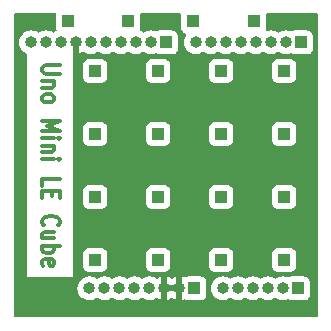
<source format=gbr>
%TF.GenerationSoftware,KiCad,Pcbnew,(6.0.2)*%
%TF.CreationDate,2022-06-08T23:24:18-05:00*%
%TF.ProjectId,UnoMiniCube,556e6f4d-696e-4694-9375-62652e6b6963,rev?*%
%TF.SameCoordinates,Original*%
%TF.FileFunction,Copper,L1,Top*%
%TF.FilePolarity,Positive*%
%FSLAX46Y46*%
G04 Gerber Fmt 4.6, Leading zero omitted, Abs format (unit mm)*
G04 Created by KiCad (PCBNEW (6.0.2)) date 2022-06-08 23:24:18*
%MOMM*%
%LPD*%
G01*
G04 APERTURE LIST*
%ADD10C,0.300000*%
%TA.AperFunction,NonConductor*%
%ADD11C,0.300000*%
%TD*%
%TA.AperFunction,ComponentPad*%
%ADD12R,1.000000X1.000000*%
%TD*%
%TA.AperFunction,ComponentPad*%
%ADD13O,1.000000X1.000000*%
%TD*%
G04 APERTURE END LIST*
D10*
D11*
X144458428Y-81435047D02*
X143244142Y-81435047D01*
X143101285Y-81496952D01*
X143029857Y-81558857D01*
X142958428Y-81682666D01*
X142958428Y-81930285D01*
X143029857Y-82054095D01*
X143101285Y-82116000D01*
X143244142Y-82177904D01*
X144458428Y-82177904D01*
X143958428Y-82796952D02*
X142958428Y-82796952D01*
X143815571Y-82796952D02*
X143887000Y-82858857D01*
X143958428Y-82982666D01*
X143958428Y-83168380D01*
X143887000Y-83292190D01*
X143744142Y-83354095D01*
X142958428Y-83354095D01*
X142958428Y-84158857D02*
X143029857Y-84035047D01*
X143101285Y-83973142D01*
X143244142Y-83911238D01*
X143672714Y-83911238D01*
X143815571Y-83973142D01*
X143887000Y-84035047D01*
X143958428Y-84158857D01*
X143958428Y-84344571D01*
X143887000Y-84468380D01*
X143815571Y-84530285D01*
X143672714Y-84592190D01*
X143244142Y-84592190D01*
X143101285Y-84530285D01*
X143029857Y-84468380D01*
X142958428Y-84344571D01*
X142958428Y-84158857D01*
X142958428Y-86139809D02*
X144458428Y-86139809D01*
X143387000Y-86573142D01*
X144458428Y-87006476D01*
X142958428Y-87006476D01*
X142958428Y-87625523D02*
X143958428Y-87625523D01*
X144458428Y-87625523D02*
X144387000Y-87563619D01*
X144315571Y-87625523D01*
X144387000Y-87687428D01*
X144458428Y-87625523D01*
X144315571Y-87625523D01*
X143958428Y-88244571D02*
X142958428Y-88244571D01*
X143815571Y-88244571D02*
X143887000Y-88306476D01*
X143958428Y-88430285D01*
X143958428Y-88616000D01*
X143887000Y-88739809D01*
X143744142Y-88801714D01*
X142958428Y-88801714D01*
X142958428Y-89420761D02*
X143958428Y-89420761D01*
X144458428Y-89420761D02*
X144387000Y-89358857D01*
X144315571Y-89420761D01*
X144387000Y-89482666D01*
X144458428Y-89420761D01*
X144315571Y-89420761D01*
X142958428Y-91649333D02*
X142958428Y-91030285D01*
X144458428Y-91030285D01*
X143744142Y-92082666D02*
X143744142Y-92516000D01*
X142958428Y-92701714D02*
X142958428Y-92082666D01*
X144458428Y-92082666D01*
X144458428Y-92701714D01*
X143101285Y-94992190D02*
X143029857Y-94930285D01*
X142958428Y-94744571D01*
X142958428Y-94620761D01*
X143029857Y-94435047D01*
X143172714Y-94311238D01*
X143315571Y-94249333D01*
X143601285Y-94187428D01*
X143815571Y-94187428D01*
X144101285Y-94249333D01*
X144244142Y-94311238D01*
X144387000Y-94435047D01*
X144458428Y-94620761D01*
X144458428Y-94744571D01*
X144387000Y-94930285D01*
X144315571Y-94992190D01*
X143958428Y-96106476D02*
X142958428Y-96106476D01*
X143958428Y-95549333D02*
X143172714Y-95549333D01*
X143029857Y-95611238D01*
X142958428Y-95735047D01*
X142958428Y-95920761D01*
X143029857Y-96044571D01*
X143101285Y-96106476D01*
X142958428Y-96725523D02*
X144458428Y-96725523D01*
X143887000Y-96725523D02*
X143958428Y-96849333D01*
X143958428Y-97096952D01*
X143887000Y-97220761D01*
X143815571Y-97282666D01*
X143672714Y-97344571D01*
X143244142Y-97344571D01*
X143101285Y-97282666D01*
X143029857Y-97220761D01*
X142958428Y-97096952D01*
X142958428Y-96849333D01*
X143029857Y-96725523D01*
X143029857Y-98396952D02*
X142958428Y-98273142D01*
X142958428Y-98025523D01*
X143029857Y-97901714D01*
X143172714Y-97839809D01*
X143744142Y-97839809D01*
X143887000Y-97901714D01*
X143958428Y-98025523D01*
X143958428Y-98273142D01*
X143887000Y-98396952D01*
X143744142Y-98458857D01*
X143601285Y-98458857D01*
X143458428Y-97839809D01*
D12*
%TO.P,P18,1,Pin_1*%
%TO.N,Net-(P18-Pad1)*%
X163449000Y-97917000D03*
%TD*%
%TO.P,J1,1,Pin_1*%
%TO.N,/D0*%
X164851000Y-79502000D03*
D13*
%TO.P,J1,2,Pin_2*%
%TO.N,/D1*%
X163581000Y-79502000D03*
%TO.P,J1,3,Pin_3*%
%TO.N,/D2*%
X162311000Y-79502000D03*
%TO.P,J1,4,Pin_4*%
%TO.N,/D3*%
X161041000Y-79502000D03*
%TO.P,J1,5,Pin_5*%
%TO.N,/D4*%
X159771000Y-79502000D03*
%TO.P,J1,6,Pin_6*%
%TO.N,/D5*%
X158501000Y-79502000D03*
%TO.P,J1,7,Pin_7*%
%TO.N,/D6*%
X157231000Y-79502000D03*
%TO.P,J1,8,Pin_8*%
%TO.N,/D7*%
X155961000Y-79502000D03*
%TD*%
D12*
%TO.P,P8,1,Pin_1*%
%TO.N,/D8*%
X150241000Y-77724000D03*
%TD*%
%TO.P,P13,1,Pin_1*%
%TO.N,Net-(P13-Pad1)*%
X147447000Y-97917000D03*
%TD*%
%TO.P,J2,1,Pin_1*%
%TO.N,/D8*%
X153426000Y-79502000D03*
D13*
%TO.P,J2,2,Pin_2*%
%TO.N,/D9*%
X152156000Y-79502000D03*
%TO.P,J2,3,Pin_3*%
%TO.N,/D10*%
X150886000Y-79502000D03*
%TO.P,J2,4,Pin_4*%
%TO.N,/D11*%
X149616000Y-79502000D03*
%TO.P,J2,5,Pin_5*%
%TO.N,/D12*%
X148346000Y-79502000D03*
%TO.P,J2,6,Pin_6*%
%TO.N,/D13*%
X147076000Y-79502000D03*
%TO.P,J2,7,Pin_7*%
%TO.N,/GND*%
X145806000Y-79502000D03*
%TO.P,J2,8,Pin_8*%
%TO.N,/AREF*%
X144536000Y-79502000D03*
%TO.P,J2,9,Pin_9*%
%TO.N,/SDA*%
X143266000Y-79502000D03*
%TO.P,J2,10,Pin_10*%
%TO.N,/SCL*%
X141996000Y-79502000D03*
%TD*%
D12*
%TO.P,P17,1,Pin_1*%
%TO.N,Net-(P17-Pad1)*%
X158115000Y-92583000D03*
%TD*%
%TO.P,P2,1,Pin_1*%
%TO.N,Net-(P2-Pad1)*%
X158115000Y-87249000D03*
%TD*%
%TO.P,J4,1,Pin_1*%
%TO.N,/VIN*%
X155834000Y-100330000D03*
D13*
%TO.P,J4,2,Pin_2*%
%TO.N,/GND*%
X154564000Y-100330000D03*
%TO.P,J4,3,Pin_3*%
X153294000Y-100330000D03*
%TO.P,J4,4,Pin_4*%
%TO.N,/+5*%
X152024000Y-100330000D03*
%TO.P,J4,5,Pin_5*%
%TO.N,/+3*%
X150754000Y-100330000D03*
%TO.P,J4,6,Pin_6*%
%TO.N,/RST*%
X149484000Y-100330000D03*
%TO.P,J4,7,Pin_7*%
%TO.N,/IREF*%
X148214000Y-100330000D03*
%TO.P,J4,8,Pin_8*%
%TO.N,/NC*%
X146944000Y-100330000D03*
%TD*%
D12*
%TO.P,P4,1,Pin_1*%
%TO.N,/D4*%
X160909000Y-77724000D03*
%TD*%
%TO.P,J3,1,Pin_1*%
%TO.N,/A5*%
X164592000Y-100330000D03*
D13*
%TO.P,J3,2,Pin_2*%
%TO.N,/A4*%
X163322000Y-100330000D03*
%TO.P,J3,3,Pin_3*%
%TO.N,/A3*%
X162052000Y-100330000D03*
%TO.P,J3,4,Pin_4*%
%TO.N,/A2*%
X160782000Y-100330000D03*
%TO.P,J3,5,Pin_5*%
%TO.N,/A1*%
X159512000Y-100330000D03*
%TO.P,J3,6,Pin_6*%
%TO.N,/A0*%
X158242000Y-100330000D03*
%TD*%
D12*
%TO.P,P0,1,Pin_1*%
%TO.N,Net-(P0-Pad1)*%
X163449000Y-87249000D03*
%TD*%
%TO.P,P11,1,Pin_1*%
%TO.N,Net-(P11-Pad1)*%
X147447000Y-81915000D03*
%TD*%
%TO.P,P6,1,Pin_1*%
%TO.N,Net-(P6-Pad1)*%
X152781000Y-81915000D03*
%TD*%
%TO.P,P7,1,Pin_1*%
%TO.N,/D7*%
X155702000Y-77724000D03*
%TD*%
%TO.P,P15,1,Pin_1*%
%TO.N,Net-(P15-Pad1)*%
X152781000Y-92583000D03*
%TD*%
%TO.P,P12,1,Pin_1*%
%TO.N,Net-(P12-Pad1)*%
X147447000Y-92583000D03*
%TD*%
%TO.P,P14,1,Pin_1*%
%TO.N,Net-(P14-Pad1)*%
X152781000Y-97917000D03*
%TD*%
%TO.P,P5,1,Pin_1*%
%TO.N,Net-(P5-Pad1)*%
X152781000Y-87249000D03*
%TD*%
%TO.P,P1,1,Pin_1*%
%TO.N,Net-(P1-Pad1)*%
X163449000Y-81915000D03*
%TD*%
%TO.P,P16,1,Pin_1*%
%TO.N,Net-(P16-Pad1)*%
X158115000Y-97917000D03*
%TD*%
%TO.P,P19,1,Pin_1*%
%TO.N,Net-(P19-Pad1)*%
X163449000Y-92583000D03*
%TD*%
%TO.P,P3,1,Pin_1*%
%TO.N,Net-(P3-Pad1)*%
X158115000Y-81915000D03*
%TD*%
%TO.P,P10,1,Pin_1*%
%TO.N,Net-(P10-Pad1)*%
X147447000Y-87249000D03*
%TD*%
%TO.P,P9,1,Pin_1*%
%TO.N,/D9*%
X145161000Y-77724000D03*
%TD*%
%TA.AperFunction,Conductor*%
%TO.N,/GND*%
G36*
X141440572Y-77038203D02*
G01*
X141440611Y-77038209D01*
X144027131Y-77038209D01*
X144095252Y-77058211D01*
X144141745Y-77111867D01*
X144152947Y-77171019D01*
X144152868Y-77172478D01*
X144152500Y-77175866D01*
X144152500Y-78272134D01*
X144159255Y-78334316D01*
X144162027Y-78341712D01*
X144162029Y-78341718D01*
X144191183Y-78419486D01*
X144196366Y-78490293D01*
X144162445Y-78552662D01*
X144131577Y-78575376D01*
X143986574Y-78651183D01*
X143986570Y-78651185D01*
X143981110Y-78654040D01*
X143976309Y-78657900D01*
X143971153Y-78661274D01*
X143969769Y-78659158D01*
X143914365Y-78682027D01*
X143844512Y-78669334D01*
X143834898Y-78663709D01*
X143832675Y-78661870D01*
X143658701Y-78567802D01*
X143469768Y-78509318D01*
X143463643Y-78508674D01*
X143463642Y-78508674D01*
X143279204Y-78489289D01*
X143279202Y-78489289D01*
X143273075Y-78488645D01*
X143190576Y-78496153D01*
X143082251Y-78506011D01*
X143082248Y-78506012D01*
X143076112Y-78506570D01*
X143070206Y-78508308D01*
X143070202Y-78508309D01*
X143004531Y-78527637D01*
X142886381Y-78562410D01*
X142880923Y-78565263D01*
X142880919Y-78565265D01*
X142785135Y-78615340D01*
X142711110Y-78654040D01*
X142706310Y-78657900D01*
X142701153Y-78661274D01*
X142699769Y-78659158D01*
X142644365Y-78682027D01*
X142574512Y-78669334D01*
X142564898Y-78663709D01*
X142562675Y-78661870D01*
X142388701Y-78567802D01*
X142199768Y-78509318D01*
X142193643Y-78508674D01*
X142193642Y-78508674D01*
X142009204Y-78489289D01*
X142009202Y-78489289D01*
X142003075Y-78488645D01*
X141920576Y-78496153D01*
X141812251Y-78506011D01*
X141812248Y-78506012D01*
X141806112Y-78506570D01*
X141800206Y-78508308D01*
X141800202Y-78508309D01*
X141734531Y-78527637D01*
X141616381Y-78562410D01*
X141610923Y-78565263D01*
X141610919Y-78565265D01*
X141520147Y-78612720D01*
X141441110Y-78654040D01*
X141286975Y-78777968D01*
X141159846Y-78929474D01*
X141156879Y-78934872D01*
X141156875Y-78934877D01*
X141078095Y-79078180D01*
X141064567Y-79102787D01*
X141062706Y-79108654D01*
X141062705Y-79108656D01*
X141014891Y-79259386D01*
X141004765Y-79291306D01*
X140982719Y-79487851D01*
X140999268Y-79684934D01*
X141053783Y-79875050D01*
X141144187Y-80050956D01*
X141267035Y-80205953D01*
X141271728Y-80209947D01*
X141271729Y-80209948D01*
X141402051Y-80320860D01*
X141417650Y-80334136D01*
X141590294Y-80430624D01*
X141596154Y-80432528D01*
X141596159Y-80432530D01*
X141609438Y-80436845D01*
X141668043Y-80476919D01*
X141695679Y-80542316D01*
X141696500Y-80556677D01*
X141696500Y-99364476D01*
X145577500Y-99364476D01*
X145577500Y-98465134D01*
X146438500Y-98465134D01*
X146445255Y-98527316D01*
X146496385Y-98663705D01*
X146583739Y-98780261D01*
X146700295Y-98867615D01*
X146836684Y-98918745D01*
X146898866Y-98925500D01*
X147995134Y-98925500D01*
X148057316Y-98918745D01*
X148193705Y-98867615D01*
X148310261Y-98780261D01*
X148397615Y-98663705D01*
X148448745Y-98527316D01*
X148455500Y-98465134D01*
X151772500Y-98465134D01*
X151779255Y-98527316D01*
X151830385Y-98663705D01*
X151917739Y-98780261D01*
X152034295Y-98867615D01*
X152170684Y-98918745D01*
X152232866Y-98925500D01*
X153329134Y-98925500D01*
X153391316Y-98918745D01*
X153527705Y-98867615D01*
X153644261Y-98780261D01*
X153731615Y-98663705D01*
X153782745Y-98527316D01*
X153789500Y-98465134D01*
X157106500Y-98465134D01*
X157113255Y-98527316D01*
X157164385Y-98663705D01*
X157251739Y-98780261D01*
X157368295Y-98867615D01*
X157504684Y-98918745D01*
X157566866Y-98925500D01*
X158663134Y-98925500D01*
X158725316Y-98918745D01*
X158861705Y-98867615D01*
X158978261Y-98780261D01*
X159065615Y-98663705D01*
X159116745Y-98527316D01*
X159123500Y-98465134D01*
X162440500Y-98465134D01*
X162447255Y-98527316D01*
X162498385Y-98663705D01*
X162585739Y-98780261D01*
X162702295Y-98867615D01*
X162838684Y-98918745D01*
X162900866Y-98925500D01*
X163997134Y-98925500D01*
X164059316Y-98918745D01*
X164195705Y-98867615D01*
X164312261Y-98780261D01*
X164399615Y-98663705D01*
X164450745Y-98527316D01*
X164457500Y-98465134D01*
X164457500Y-97368866D01*
X164450745Y-97306684D01*
X164399615Y-97170295D01*
X164312261Y-97053739D01*
X164195705Y-96966385D01*
X164059316Y-96915255D01*
X163997134Y-96908500D01*
X162900866Y-96908500D01*
X162838684Y-96915255D01*
X162702295Y-96966385D01*
X162585739Y-97053739D01*
X162498385Y-97170295D01*
X162447255Y-97306684D01*
X162440500Y-97368866D01*
X162440500Y-98465134D01*
X159123500Y-98465134D01*
X159123500Y-97368866D01*
X159116745Y-97306684D01*
X159065615Y-97170295D01*
X158978261Y-97053739D01*
X158861705Y-96966385D01*
X158725316Y-96915255D01*
X158663134Y-96908500D01*
X157566866Y-96908500D01*
X157504684Y-96915255D01*
X157368295Y-96966385D01*
X157251739Y-97053739D01*
X157164385Y-97170295D01*
X157113255Y-97306684D01*
X157106500Y-97368866D01*
X157106500Y-98465134D01*
X153789500Y-98465134D01*
X153789500Y-97368866D01*
X153782745Y-97306684D01*
X153731615Y-97170295D01*
X153644261Y-97053739D01*
X153527705Y-96966385D01*
X153391316Y-96915255D01*
X153329134Y-96908500D01*
X152232866Y-96908500D01*
X152170684Y-96915255D01*
X152034295Y-96966385D01*
X151917739Y-97053739D01*
X151830385Y-97170295D01*
X151779255Y-97306684D01*
X151772500Y-97368866D01*
X151772500Y-98465134D01*
X148455500Y-98465134D01*
X148455500Y-97368866D01*
X148448745Y-97306684D01*
X148397615Y-97170295D01*
X148310261Y-97053739D01*
X148193705Y-96966385D01*
X148057316Y-96915255D01*
X147995134Y-96908500D01*
X146898866Y-96908500D01*
X146836684Y-96915255D01*
X146700295Y-96966385D01*
X146583739Y-97053739D01*
X146496385Y-97170295D01*
X146445255Y-97306684D01*
X146438500Y-97368866D01*
X146438500Y-98465134D01*
X145577500Y-98465134D01*
X145577500Y-93131134D01*
X146438500Y-93131134D01*
X146445255Y-93193316D01*
X146496385Y-93329705D01*
X146583739Y-93446261D01*
X146700295Y-93533615D01*
X146836684Y-93584745D01*
X146898866Y-93591500D01*
X147995134Y-93591500D01*
X148057316Y-93584745D01*
X148193705Y-93533615D01*
X148310261Y-93446261D01*
X148397615Y-93329705D01*
X148448745Y-93193316D01*
X148455500Y-93131134D01*
X151772500Y-93131134D01*
X151779255Y-93193316D01*
X151830385Y-93329705D01*
X151917739Y-93446261D01*
X152034295Y-93533615D01*
X152170684Y-93584745D01*
X152232866Y-93591500D01*
X153329134Y-93591500D01*
X153391316Y-93584745D01*
X153527705Y-93533615D01*
X153644261Y-93446261D01*
X153731615Y-93329705D01*
X153782745Y-93193316D01*
X153789500Y-93131134D01*
X157106500Y-93131134D01*
X157113255Y-93193316D01*
X157164385Y-93329705D01*
X157251739Y-93446261D01*
X157368295Y-93533615D01*
X157504684Y-93584745D01*
X157566866Y-93591500D01*
X158663134Y-93591500D01*
X158725316Y-93584745D01*
X158861705Y-93533615D01*
X158978261Y-93446261D01*
X159065615Y-93329705D01*
X159116745Y-93193316D01*
X159123500Y-93131134D01*
X162440500Y-93131134D01*
X162447255Y-93193316D01*
X162498385Y-93329705D01*
X162585739Y-93446261D01*
X162702295Y-93533615D01*
X162838684Y-93584745D01*
X162900866Y-93591500D01*
X163997134Y-93591500D01*
X164059316Y-93584745D01*
X164195705Y-93533615D01*
X164312261Y-93446261D01*
X164399615Y-93329705D01*
X164450745Y-93193316D01*
X164457500Y-93131134D01*
X164457500Y-92034866D01*
X164450745Y-91972684D01*
X164399615Y-91836295D01*
X164312261Y-91719739D01*
X164195705Y-91632385D01*
X164059316Y-91581255D01*
X163997134Y-91574500D01*
X162900866Y-91574500D01*
X162838684Y-91581255D01*
X162702295Y-91632385D01*
X162585739Y-91719739D01*
X162498385Y-91836295D01*
X162447255Y-91972684D01*
X162440500Y-92034866D01*
X162440500Y-93131134D01*
X159123500Y-93131134D01*
X159123500Y-92034866D01*
X159116745Y-91972684D01*
X159065615Y-91836295D01*
X158978261Y-91719739D01*
X158861705Y-91632385D01*
X158725316Y-91581255D01*
X158663134Y-91574500D01*
X157566866Y-91574500D01*
X157504684Y-91581255D01*
X157368295Y-91632385D01*
X157251739Y-91719739D01*
X157164385Y-91836295D01*
X157113255Y-91972684D01*
X157106500Y-92034866D01*
X157106500Y-93131134D01*
X153789500Y-93131134D01*
X153789500Y-92034866D01*
X153782745Y-91972684D01*
X153731615Y-91836295D01*
X153644261Y-91719739D01*
X153527705Y-91632385D01*
X153391316Y-91581255D01*
X153329134Y-91574500D01*
X152232866Y-91574500D01*
X152170684Y-91581255D01*
X152034295Y-91632385D01*
X151917739Y-91719739D01*
X151830385Y-91836295D01*
X151779255Y-91972684D01*
X151772500Y-92034866D01*
X151772500Y-93131134D01*
X148455500Y-93131134D01*
X148455500Y-92034866D01*
X148448745Y-91972684D01*
X148397615Y-91836295D01*
X148310261Y-91719739D01*
X148193705Y-91632385D01*
X148057316Y-91581255D01*
X147995134Y-91574500D01*
X146898866Y-91574500D01*
X146836684Y-91581255D01*
X146700295Y-91632385D01*
X146583739Y-91719739D01*
X146496385Y-91836295D01*
X146445255Y-91972684D01*
X146438500Y-92034866D01*
X146438500Y-93131134D01*
X145577500Y-93131134D01*
X145577500Y-87797134D01*
X146438500Y-87797134D01*
X146445255Y-87859316D01*
X146496385Y-87995705D01*
X146583739Y-88112261D01*
X146700295Y-88199615D01*
X146836684Y-88250745D01*
X146898866Y-88257500D01*
X147995134Y-88257500D01*
X148057316Y-88250745D01*
X148193705Y-88199615D01*
X148310261Y-88112261D01*
X148397615Y-87995705D01*
X148448745Y-87859316D01*
X148455500Y-87797134D01*
X151772500Y-87797134D01*
X151779255Y-87859316D01*
X151830385Y-87995705D01*
X151917739Y-88112261D01*
X152034295Y-88199615D01*
X152170684Y-88250745D01*
X152232866Y-88257500D01*
X153329134Y-88257500D01*
X153391316Y-88250745D01*
X153527705Y-88199615D01*
X153644261Y-88112261D01*
X153731615Y-87995705D01*
X153782745Y-87859316D01*
X153789500Y-87797134D01*
X157106500Y-87797134D01*
X157113255Y-87859316D01*
X157164385Y-87995705D01*
X157251739Y-88112261D01*
X157368295Y-88199615D01*
X157504684Y-88250745D01*
X157566866Y-88257500D01*
X158663134Y-88257500D01*
X158725316Y-88250745D01*
X158861705Y-88199615D01*
X158978261Y-88112261D01*
X159065615Y-87995705D01*
X159116745Y-87859316D01*
X159123500Y-87797134D01*
X162440500Y-87797134D01*
X162447255Y-87859316D01*
X162498385Y-87995705D01*
X162585739Y-88112261D01*
X162702295Y-88199615D01*
X162838684Y-88250745D01*
X162900866Y-88257500D01*
X163997134Y-88257500D01*
X164059316Y-88250745D01*
X164195705Y-88199615D01*
X164312261Y-88112261D01*
X164399615Y-87995705D01*
X164450745Y-87859316D01*
X164457500Y-87797134D01*
X164457500Y-86700866D01*
X164450745Y-86638684D01*
X164399615Y-86502295D01*
X164312261Y-86385739D01*
X164195705Y-86298385D01*
X164059316Y-86247255D01*
X163997134Y-86240500D01*
X162900866Y-86240500D01*
X162838684Y-86247255D01*
X162702295Y-86298385D01*
X162585739Y-86385739D01*
X162498385Y-86502295D01*
X162447255Y-86638684D01*
X162440500Y-86700866D01*
X162440500Y-87797134D01*
X159123500Y-87797134D01*
X159123500Y-86700866D01*
X159116745Y-86638684D01*
X159065615Y-86502295D01*
X158978261Y-86385739D01*
X158861705Y-86298385D01*
X158725316Y-86247255D01*
X158663134Y-86240500D01*
X157566866Y-86240500D01*
X157504684Y-86247255D01*
X157368295Y-86298385D01*
X157251739Y-86385739D01*
X157164385Y-86502295D01*
X157113255Y-86638684D01*
X157106500Y-86700866D01*
X157106500Y-87797134D01*
X153789500Y-87797134D01*
X153789500Y-86700866D01*
X153782745Y-86638684D01*
X153731615Y-86502295D01*
X153644261Y-86385739D01*
X153527705Y-86298385D01*
X153391316Y-86247255D01*
X153329134Y-86240500D01*
X152232866Y-86240500D01*
X152170684Y-86247255D01*
X152034295Y-86298385D01*
X151917739Y-86385739D01*
X151830385Y-86502295D01*
X151779255Y-86638684D01*
X151772500Y-86700866D01*
X151772500Y-87797134D01*
X148455500Y-87797134D01*
X148455500Y-86700866D01*
X148448745Y-86638684D01*
X148397615Y-86502295D01*
X148310261Y-86385739D01*
X148193705Y-86298385D01*
X148057316Y-86247255D01*
X147995134Y-86240500D01*
X146898866Y-86240500D01*
X146836684Y-86247255D01*
X146700295Y-86298385D01*
X146583739Y-86385739D01*
X146496385Y-86502295D01*
X146445255Y-86638684D01*
X146438500Y-86700866D01*
X146438500Y-87797134D01*
X145577500Y-87797134D01*
X145577500Y-82463134D01*
X146438500Y-82463134D01*
X146445255Y-82525316D01*
X146496385Y-82661705D01*
X146583739Y-82778261D01*
X146700295Y-82865615D01*
X146836684Y-82916745D01*
X146898866Y-82923500D01*
X147995134Y-82923500D01*
X148057316Y-82916745D01*
X148193705Y-82865615D01*
X148310261Y-82778261D01*
X148397615Y-82661705D01*
X148448745Y-82525316D01*
X148455500Y-82463134D01*
X151772500Y-82463134D01*
X151779255Y-82525316D01*
X151830385Y-82661705D01*
X151917739Y-82778261D01*
X152034295Y-82865615D01*
X152170684Y-82916745D01*
X152232866Y-82923500D01*
X153329134Y-82923500D01*
X153391316Y-82916745D01*
X153527705Y-82865615D01*
X153644261Y-82778261D01*
X153731615Y-82661705D01*
X153782745Y-82525316D01*
X153789500Y-82463134D01*
X157106500Y-82463134D01*
X157113255Y-82525316D01*
X157164385Y-82661705D01*
X157251739Y-82778261D01*
X157368295Y-82865615D01*
X157504684Y-82916745D01*
X157566866Y-82923500D01*
X158663134Y-82923500D01*
X158725316Y-82916745D01*
X158861705Y-82865615D01*
X158978261Y-82778261D01*
X159065615Y-82661705D01*
X159116745Y-82525316D01*
X159123500Y-82463134D01*
X162440500Y-82463134D01*
X162447255Y-82525316D01*
X162498385Y-82661705D01*
X162585739Y-82778261D01*
X162702295Y-82865615D01*
X162838684Y-82916745D01*
X162900866Y-82923500D01*
X163997134Y-82923500D01*
X164059316Y-82916745D01*
X164195705Y-82865615D01*
X164312261Y-82778261D01*
X164399615Y-82661705D01*
X164450745Y-82525316D01*
X164457500Y-82463134D01*
X164457500Y-81366866D01*
X164450745Y-81304684D01*
X164399615Y-81168295D01*
X164312261Y-81051739D01*
X164195705Y-80964385D01*
X164059316Y-80913255D01*
X163997134Y-80906500D01*
X162900866Y-80906500D01*
X162838684Y-80913255D01*
X162702295Y-80964385D01*
X162585739Y-81051739D01*
X162498385Y-81168295D01*
X162447255Y-81304684D01*
X162440500Y-81366866D01*
X162440500Y-82463134D01*
X159123500Y-82463134D01*
X159123500Y-81366866D01*
X159116745Y-81304684D01*
X159065615Y-81168295D01*
X158978261Y-81051739D01*
X158861705Y-80964385D01*
X158725316Y-80913255D01*
X158663134Y-80906500D01*
X157566866Y-80906500D01*
X157504684Y-80913255D01*
X157368295Y-80964385D01*
X157251739Y-81051739D01*
X157164385Y-81168295D01*
X157113255Y-81304684D01*
X157106500Y-81366866D01*
X157106500Y-82463134D01*
X153789500Y-82463134D01*
X153789500Y-81366866D01*
X153782745Y-81304684D01*
X153731615Y-81168295D01*
X153644261Y-81051739D01*
X153527705Y-80964385D01*
X153391316Y-80913255D01*
X153329134Y-80906500D01*
X152232866Y-80906500D01*
X152170684Y-80913255D01*
X152034295Y-80964385D01*
X151917739Y-81051739D01*
X151830385Y-81168295D01*
X151779255Y-81304684D01*
X151772500Y-81366866D01*
X151772500Y-82463134D01*
X148455500Y-82463134D01*
X148455500Y-81366866D01*
X148448745Y-81304684D01*
X148397615Y-81168295D01*
X148310261Y-81051739D01*
X148193705Y-80964385D01*
X148057316Y-80913255D01*
X147995134Y-80906500D01*
X146898866Y-80906500D01*
X146836684Y-80913255D01*
X146700295Y-80964385D01*
X146583739Y-81051739D01*
X146496385Y-81168295D01*
X146445255Y-81304684D01*
X146438500Y-81366866D01*
X146438500Y-82463134D01*
X145577500Y-82463134D01*
X145577500Y-80467524D01*
X145572181Y-80467524D01*
X145564652Y-80441883D01*
X145557104Y-80430138D01*
X145552000Y-80394639D01*
X145552000Y-79374000D01*
X145572002Y-79305879D01*
X145625658Y-79259386D01*
X145678000Y-79248000D01*
X145934000Y-79248000D01*
X146002121Y-79268002D01*
X146048614Y-79321658D01*
X146060000Y-79374000D01*
X146060000Y-80459564D01*
X146063973Y-80473095D01*
X146072188Y-80474276D01*
X146166337Y-80447989D01*
X146177787Y-80443548D01*
X146343226Y-80359979D01*
X146353588Y-80353403D01*
X146362074Y-80346773D01*
X146428068Y-80320595D01*
X146501117Y-80336074D01*
X146670294Y-80430624D01*
X146858392Y-80491740D01*
X147054777Y-80515158D01*
X147060912Y-80514686D01*
X147060914Y-80514686D01*
X147245830Y-80500457D01*
X147245834Y-80500456D01*
X147251972Y-80499984D01*
X147442463Y-80446798D01*
X147447967Y-80444018D01*
X147447969Y-80444017D01*
X147613493Y-80360405D01*
X147613495Y-80360404D01*
X147618996Y-80357625D01*
X147623850Y-80353833D01*
X147623859Y-80353827D01*
X147632548Y-80347038D01*
X147698542Y-80320860D01*
X147771592Y-80336339D01*
X147940294Y-80430624D01*
X148128392Y-80491740D01*
X148324777Y-80515158D01*
X148330912Y-80514686D01*
X148330914Y-80514686D01*
X148515830Y-80500457D01*
X148515834Y-80500456D01*
X148521972Y-80499984D01*
X148712463Y-80446798D01*
X148717967Y-80444018D01*
X148717969Y-80444017D01*
X148883493Y-80360405D01*
X148883495Y-80360404D01*
X148888996Y-80357625D01*
X148893850Y-80353833D01*
X148893859Y-80353827D01*
X148902548Y-80347038D01*
X148968542Y-80320860D01*
X149041592Y-80336339D01*
X149210294Y-80430624D01*
X149398392Y-80491740D01*
X149594777Y-80515158D01*
X149600912Y-80514686D01*
X149600914Y-80514686D01*
X149785830Y-80500457D01*
X149785834Y-80500456D01*
X149791972Y-80499984D01*
X149982463Y-80446798D01*
X149987967Y-80444018D01*
X149987969Y-80444017D01*
X150153493Y-80360405D01*
X150153495Y-80360404D01*
X150158996Y-80357625D01*
X150163850Y-80353833D01*
X150163859Y-80353827D01*
X150172548Y-80347038D01*
X150238542Y-80320860D01*
X150311592Y-80336339D01*
X150480294Y-80430624D01*
X150668392Y-80491740D01*
X150864777Y-80515158D01*
X150870912Y-80514686D01*
X150870914Y-80514686D01*
X151055830Y-80500457D01*
X151055834Y-80500456D01*
X151061972Y-80499984D01*
X151252463Y-80446798D01*
X151257967Y-80444018D01*
X151257969Y-80444017D01*
X151423493Y-80360405D01*
X151423495Y-80360404D01*
X151428996Y-80357625D01*
X151433850Y-80353833D01*
X151433859Y-80353827D01*
X151442548Y-80347038D01*
X151508542Y-80320860D01*
X151581592Y-80336339D01*
X151750294Y-80430624D01*
X151938392Y-80491740D01*
X152134777Y-80515158D01*
X152140912Y-80514686D01*
X152140914Y-80514686D01*
X152325830Y-80500457D01*
X152325834Y-80500456D01*
X152331972Y-80499984D01*
X152522463Y-80446798D01*
X152527959Y-80444022D01*
X152527961Y-80444021D01*
X152541716Y-80437073D01*
X152611538Y-80424214D01*
X152663368Y-80444514D01*
X152664240Y-80442921D01*
X152672109Y-80447229D01*
X152679295Y-80452615D01*
X152815684Y-80503745D01*
X152877866Y-80510500D01*
X153974134Y-80510500D01*
X154036316Y-80503745D01*
X154172705Y-80452615D01*
X154289261Y-80365261D01*
X154376615Y-80248705D01*
X154427745Y-80112316D01*
X154434500Y-80050134D01*
X154434500Y-78953866D01*
X154427745Y-78891684D01*
X154376615Y-78755295D01*
X154289261Y-78638739D01*
X154172705Y-78551385D01*
X154036316Y-78500255D01*
X153974134Y-78493500D01*
X152877866Y-78493500D01*
X152815684Y-78500255D01*
X152679295Y-78551385D01*
X152672116Y-78556766D01*
X152664237Y-78561079D01*
X152663023Y-78558861D01*
X152609072Y-78579018D01*
X152552127Y-78569654D01*
X152548701Y-78567802D01*
X152359768Y-78509318D01*
X152353643Y-78508674D01*
X152353642Y-78508674D01*
X152169204Y-78489289D01*
X152169202Y-78489289D01*
X152163075Y-78488645D01*
X152080576Y-78496153D01*
X151972251Y-78506011D01*
X151972248Y-78506012D01*
X151966112Y-78506570D01*
X151960206Y-78508308D01*
X151960202Y-78508309D01*
X151894531Y-78527637D01*
X151776381Y-78562410D01*
X151770923Y-78565263D01*
X151770919Y-78565265D01*
X151675135Y-78615340D01*
X151601110Y-78654040D01*
X151596310Y-78657900D01*
X151591153Y-78661274D01*
X151589769Y-78659158D01*
X151534365Y-78682027D01*
X151464512Y-78669334D01*
X151454898Y-78663709D01*
X151452675Y-78661870D01*
X151278701Y-78567802D01*
X151279166Y-78566942D01*
X151228451Y-78525636D01*
X151206382Y-78458157D01*
X151214341Y-78410086D01*
X151239971Y-78341718D01*
X151239973Y-78341712D01*
X151242745Y-78334316D01*
X151249500Y-78272134D01*
X151249500Y-77175866D01*
X151249132Y-77172477D01*
X151249053Y-77171021D01*
X151265344Y-77101919D01*
X151316408Y-77052593D01*
X151374869Y-77038210D01*
X154568131Y-77038210D01*
X154636252Y-77058212D01*
X154682745Y-77111868D01*
X154693947Y-77171021D01*
X154693868Y-77172477D01*
X154693500Y-77175866D01*
X154693500Y-78272134D01*
X154700255Y-78334316D01*
X154751385Y-78470705D01*
X154838739Y-78587261D01*
X154955295Y-78674615D01*
X154963703Y-78677767D01*
X155080168Y-78721428D01*
X155136932Y-78764070D01*
X155161632Y-78830631D01*
X155146425Y-78899980D01*
X155132460Y-78920400D01*
X155124846Y-78929474D01*
X155121879Y-78934872D01*
X155121875Y-78934877D01*
X155043095Y-79078180D01*
X155029567Y-79102787D01*
X155027706Y-79108654D01*
X155027705Y-79108656D01*
X154979891Y-79259386D01*
X154969765Y-79291306D01*
X154947719Y-79487851D01*
X154964268Y-79684934D01*
X155018783Y-79875050D01*
X155109187Y-80050956D01*
X155232035Y-80205953D01*
X155236728Y-80209947D01*
X155236729Y-80209948D01*
X155367051Y-80320860D01*
X155382650Y-80334136D01*
X155555294Y-80430624D01*
X155743392Y-80491740D01*
X155939777Y-80515158D01*
X155945912Y-80514686D01*
X155945914Y-80514686D01*
X156130830Y-80500457D01*
X156130834Y-80500456D01*
X156136972Y-80499984D01*
X156327463Y-80446798D01*
X156332967Y-80444018D01*
X156332969Y-80444017D01*
X156498493Y-80360405D01*
X156498495Y-80360404D01*
X156503996Y-80357625D01*
X156508850Y-80353833D01*
X156508859Y-80353827D01*
X156517548Y-80347038D01*
X156583542Y-80320860D01*
X156656592Y-80336339D01*
X156825294Y-80430624D01*
X157013392Y-80491740D01*
X157209777Y-80515158D01*
X157215912Y-80514686D01*
X157215914Y-80514686D01*
X157400830Y-80500457D01*
X157400834Y-80500456D01*
X157406972Y-80499984D01*
X157597463Y-80446798D01*
X157602967Y-80444018D01*
X157602969Y-80444017D01*
X157768493Y-80360405D01*
X157768495Y-80360404D01*
X157773996Y-80357625D01*
X157778850Y-80353833D01*
X157778859Y-80353827D01*
X157787548Y-80347038D01*
X157853542Y-80320860D01*
X157926592Y-80336339D01*
X158095294Y-80430624D01*
X158283392Y-80491740D01*
X158479777Y-80515158D01*
X158485912Y-80514686D01*
X158485914Y-80514686D01*
X158670830Y-80500457D01*
X158670834Y-80500456D01*
X158676972Y-80499984D01*
X158867463Y-80446798D01*
X158872967Y-80444018D01*
X158872969Y-80444017D01*
X159038493Y-80360405D01*
X159038495Y-80360404D01*
X159043996Y-80357625D01*
X159048850Y-80353833D01*
X159048859Y-80353827D01*
X159057548Y-80347038D01*
X159123542Y-80320860D01*
X159196592Y-80336339D01*
X159365294Y-80430624D01*
X159553392Y-80491740D01*
X159749777Y-80515158D01*
X159755912Y-80514686D01*
X159755914Y-80514686D01*
X159940830Y-80500457D01*
X159940834Y-80500456D01*
X159946972Y-80499984D01*
X160137463Y-80446798D01*
X160142967Y-80444018D01*
X160142969Y-80444017D01*
X160308493Y-80360405D01*
X160308495Y-80360404D01*
X160313996Y-80357625D01*
X160318850Y-80353833D01*
X160318859Y-80353827D01*
X160327548Y-80347038D01*
X160393542Y-80320860D01*
X160466592Y-80336339D01*
X160635294Y-80430624D01*
X160823392Y-80491740D01*
X161019777Y-80515158D01*
X161025912Y-80514686D01*
X161025914Y-80514686D01*
X161210830Y-80500457D01*
X161210834Y-80500456D01*
X161216972Y-80499984D01*
X161407463Y-80446798D01*
X161412967Y-80444018D01*
X161412969Y-80444017D01*
X161578493Y-80360405D01*
X161578495Y-80360404D01*
X161583996Y-80357625D01*
X161588850Y-80353833D01*
X161588859Y-80353827D01*
X161597548Y-80347038D01*
X161663542Y-80320860D01*
X161736592Y-80336339D01*
X161905294Y-80430624D01*
X162093392Y-80491740D01*
X162289777Y-80515158D01*
X162295912Y-80514686D01*
X162295914Y-80514686D01*
X162480830Y-80500457D01*
X162480834Y-80500456D01*
X162486972Y-80499984D01*
X162677463Y-80446798D01*
X162682967Y-80444018D01*
X162682969Y-80444017D01*
X162848493Y-80360405D01*
X162848495Y-80360404D01*
X162853996Y-80357625D01*
X162858850Y-80353833D01*
X162858859Y-80353827D01*
X162867548Y-80347038D01*
X162933542Y-80320860D01*
X163006592Y-80336339D01*
X163175294Y-80430624D01*
X163363392Y-80491740D01*
X163559777Y-80515158D01*
X163565912Y-80514686D01*
X163565914Y-80514686D01*
X163750830Y-80500457D01*
X163750834Y-80500456D01*
X163756972Y-80499984D01*
X163947463Y-80446798D01*
X163952959Y-80444022D01*
X163952961Y-80444021D01*
X163966716Y-80437073D01*
X164036538Y-80424214D01*
X164088368Y-80444514D01*
X164089240Y-80442921D01*
X164097109Y-80447229D01*
X164104295Y-80452615D01*
X164240684Y-80503745D01*
X164302866Y-80510500D01*
X165399134Y-80510500D01*
X165461316Y-80503745D01*
X165597705Y-80452615D01*
X165714261Y-80365261D01*
X165801615Y-80248705D01*
X165852745Y-80112316D01*
X165859500Y-80050134D01*
X165859500Y-78953866D01*
X165852745Y-78891684D01*
X165801615Y-78755295D01*
X165714261Y-78638739D01*
X165597705Y-78551385D01*
X165461316Y-78500255D01*
X165399134Y-78493500D01*
X164302866Y-78493500D01*
X164240684Y-78500255D01*
X164104295Y-78551385D01*
X164097116Y-78556766D01*
X164089237Y-78561079D01*
X164088023Y-78558861D01*
X164034072Y-78579018D01*
X163977127Y-78569654D01*
X163973701Y-78567802D01*
X163784768Y-78509318D01*
X163778643Y-78508674D01*
X163778642Y-78508674D01*
X163594204Y-78489289D01*
X163594202Y-78489289D01*
X163588075Y-78488645D01*
X163505576Y-78496153D01*
X163397251Y-78506011D01*
X163397248Y-78506012D01*
X163391112Y-78506570D01*
X163385206Y-78508308D01*
X163385202Y-78508309D01*
X163319531Y-78527637D01*
X163201381Y-78562410D01*
X163195923Y-78565263D01*
X163195919Y-78565265D01*
X163100135Y-78615340D01*
X163026110Y-78654040D01*
X163021310Y-78657900D01*
X163016153Y-78661274D01*
X163014769Y-78659158D01*
X162959365Y-78682027D01*
X162889512Y-78669334D01*
X162879898Y-78663709D01*
X162877675Y-78661870D01*
X162703701Y-78567802D01*
X162514768Y-78509318D01*
X162508643Y-78508674D01*
X162508642Y-78508674D01*
X162324204Y-78489289D01*
X162324202Y-78489289D01*
X162318075Y-78488645D01*
X162235576Y-78496153D01*
X162127251Y-78506011D01*
X162127248Y-78506012D01*
X162121112Y-78506570D01*
X162115202Y-78508310D01*
X162115199Y-78508310D01*
X162054243Y-78526250D01*
X161983247Y-78526294D01*
X161923497Y-78487948D01*
X161893963Y-78423386D01*
X161900687Y-78361147D01*
X161907971Y-78341718D01*
X161907973Y-78341712D01*
X161910745Y-78334316D01*
X161917500Y-78272134D01*
X161917500Y-77175866D01*
X161917132Y-77172475D01*
X161917053Y-77171023D01*
X161933343Y-77101920D01*
X161984407Y-77052595D01*
X162042869Y-77038211D01*
X166156200Y-77038211D01*
X166224321Y-77058213D01*
X166270814Y-77111869D01*
X166282200Y-77164211D01*
X166282201Y-102646200D01*
X166262199Y-102714321D01*
X166208543Y-102760814D01*
X166156201Y-102772200D01*
X140674201Y-102772200D01*
X140606080Y-102752198D01*
X140559587Y-102698542D01*
X140548201Y-102646200D01*
X140548201Y-100315851D01*
X145930719Y-100315851D01*
X145947268Y-100512934D01*
X146001783Y-100703050D01*
X146092187Y-100878956D01*
X146215035Y-101033953D01*
X146219728Y-101037947D01*
X146219729Y-101037948D01*
X146350051Y-101148860D01*
X146365650Y-101162136D01*
X146538294Y-101258624D01*
X146726392Y-101319740D01*
X146922777Y-101343158D01*
X146928912Y-101342686D01*
X146928914Y-101342686D01*
X147113830Y-101328457D01*
X147113834Y-101328456D01*
X147119972Y-101327984D01*
X147310463Y-101274798D01*
X147315967Y-101272018D01*
X147315969Y-101272017D01*
X147481493Y-101188405D01*
X147481495Y-101188404D01*
X147486996Y-101185625D01*
X147491850Y-101181833D01*
X147491859Y-101181827D01*
X147500548Y-101175038D01*
X147566542Y-101148860D01*
X147639592Y-101164339D01*
X147808294Y-101258624D01*
X147996392Y-101319740D01*
X148192777Y-101343158D01*
X148198912Y-101342686D01*
X148198914Y-101342686D01*
X148383830Y-101328457D01*
X148383834Y-101328456D01*
X148389972Y-101327984D01*
X148580463Y-101274798D01*
X148585967Y-101272018D01*
X148585969Y-101272017D01*
X148751493Y-101188405D01*
X148751495Y-101188404D01*
X148756996Y-101185625D01*
X148761850Y-101181833D01*
X148761859Y-101181827D01*
X148770548Y-101175038D01*
X148836542Y-101148860D01*
X148909592Y-101164339D01*
X149078294Y-101258624D01*
X149266392Y-101319740D01*
X149462777Y-101343158D01*
X149468912Y-101342686D01*
X149468914Y-101342686D01*
X149653830Y-101328457D01*
X149653834Y-101328456D01*
X149659972Y-101327984D01*
X149850463Y-101274798D01*
X149855967Y-101272018D01*
X149855969Y-101272017D01*
X150021493Y-101188405D01*
X150021495Y-101188404D01*
X150026996Y-101185625D01*
X150031850Y-101181833D01*
X150031859Y-101181827D01*
X150040548Y-101175038D01*
X150106542Y-101148860D01*
X150179592Y-101164339D01*
X150348294Y-101258624D01*
X150536392Y-101319740D01*
X150732777Y-101343158D01*
X150738912Y-101342686D01*
X150738914Y-101342686D01*
X150923830Y-101328457D01*
X150923834Y-101328456D01*
X150929972Y-101327984D01*
X151120463Y-101274798D01*
X151125967Y-101272018D01*
X151125969Y-101272017D01*
X151291493Y-101188405D01*
X151291495Y-101188404D01*
X151296996Y-101185625D01*
X151301850Y-101181833D01*
X151301859Y-101181827D01*
X151310548Y-101175038D01*
X151376542Y-101148860D01*
X151449592Y-101164339D01*
X151618294Y-101258624D01*
X151806392Y-101319740D01*
X152002777Y-101343158D01*
X152008912Y-101342686D01*
X152008914Y-101342686D01*
X152193830Y-101328457D01*
X152193834Y-101328456D01*
X152199972Y-101327984D01*
X152390463Y-101274798D01*
X152395967Y-101272018D01*
X152395969Y-101272017D01*
X152561493Y-101188405D01*
X152561495Y-101188404D01*
X152566996Y-101185625D01*
X152571858Y-101181827D01*
X152580973Y-101174705D01*
X152646967Y-101148525D01*
X152720020Y-101164004D01*
X152883121Y-101255159D01*
X152894356Y-101260067D01*
X153022768Y-101301790D01*
X153036867Y-101302193D01*
X153040000Y-101295821D01*
X153040000Y-101287564D01*
X153548000Y-101287564D01*
X153551973Y-101301095D01*
X153560188Y-101302276D01*
X153654337Y-101275989D01*
X153665787Y-101271548D01*
X153831224Y-101187980D01*
X153841589Y-101181402D01*
X153850503Y-101174438D01*
X153916497Y-101148261D01*
X153989545Y-101163740D01*
X154153116Y-101255156D01*
X154164356Y-101260067D01*
X154292768Y-101301790D01*
X154306867Y-101302193D01*
X154310000Y-101295821D01*
X154310000Y-101287564D01*
X154818000Y-101287564D01*
X154821973Y-101301095D01*
X154830188Y-101302276D01*
X154924345Y-101275986D01*
X154935778Y-101271552D01*
X154949266Y-101264739D01*
X155019089Y-101251879D01*
X155071441Y-101272381D01*
X155072240Y-101270921D01*
X155080108Y-101275229D01*
X155087295Y-101280615D01*
X155223684Y-101331745D01*
X155285866Y-101338500D01*
X156382134Y-101338500D01*
X156444316Y-101331745D01*
X156580705Y-101280615D01*
X156697261Y-101193261D01*
X156784615Y-101076705D01*
X156835745Y-100940316D01*
X156842500Y-100878134D01*
X156842500Y-100315851D01*
X157228719Y-100315851D01*
X157245268Y-100512934D01*
X157299783Y-100703050D01*
X157390187Y-100878956D01*
X157513035Y-101033953D01*
X157517728Y-101037947D01*
X157517729Y-101037948D01*
X157648051Y-101148860D01*
X157663650Y-101162136D01*
X157836294Y-101258624D01*
X158024392Y-101319740D01*
X158220777Y-101343158D01*
X158226912Y-101342686D01*
X158226914Y-101342686D01*
X158411830Y-101328457D01*
X158411834Y-101328456D01*
X158417972Y-101327984D01*
X158608463Y-101274798D01*
X158613967Y-101272018D01*
X158613969Y-101272017D01*
X158779493Y-101188405D01*
X158779495Y-101188404D01*
X158784996Y-101185625D01*
X158789850Y-101181833D01*
X158789859Y-101181827D01*
X158798548Y-101175038D01*
X158864542Y-101148860D01*
X158937592Y-101164339D01*
X159106294Y-101258624D01*
X159294392Y-101319740D01*
X159490777Y-101343158D01*
X159496912Y-101342686D01*
X159496914Y-101342686D01*
X159681830Y-101328457D01*
X159681834Y-101328456D01*
X159687972Y-101327984D01*
X159878463Y-101274798D01*
X159883967Y-101272018D01*
X159883969Y-101272017D01*
X160049493Y-101188405D01*
X160049495Y-101188404D01*
X160054996Y-101185625D01*
X160059850Y-101181833D01*
X160059859Y-101181827D01*
X160068548Y-101175038D01*
X160134542Y-101148860D01*
X160207592Y-101164339D01*
X160376294Y-101258624D01*
X160564392Y-101319740D01*
X160760777Y-101343158D01*
X160766912Y-101342686D01*
X160766914Y-101342686D01*
X160951830Y-101328457D01*
X160951834Y-101328456D01*
X160957972Y-101327984D01*
X161148463Y-101274798D01*
X161153967Y-101272018D01*
X161153969Y-101272017D01*
X161319493Y-101188405D01*
X161319495Y-101188404D01*
X161324996Y-101185625D01*
X161329850Y-101181833D01*
X161329859Y-101181827D01*
X161338548Y-101175038D01*
X161404542Y-101148860D01*
X161477592Y-101164339D01*
X161646294Y-101258624D01*
X161834392Y-101319740D01*
X162030777Y-101343158D01*
X162036912Y-101342686D01*
X162036914Y-101342686D01*
X162221830Y-101328457D01*
X162221834Y-101328456D01*
X162227972Y-101327984D01*
X162418463Y-101274798D01*
X162423967Y-101272018D01*
X162423969Y-101272017D01*
X162589493Y-101188405D01*
X162589495Y-101188404D01*
X162594996Y-101185625D01*
X162599850Y-101181833D01*
X162599859Y-101181827D01*
X162608548Y-101175038D01*
X162674542Y-101148860D01*
X162747592Y-101164339D01*
X162916294Y-101258624D01*
X163104392Y-101319740D01*
X163300777Y-101343158D01*
X163306912Y-101342686D01*
X163306914Y-101342686D01*
X163491830Y-101328457D01*
X163491834Y-101328456D01*
X163497972Y-101327984D01*
X163688463Y-101274798D01*
X163693959Y-101272022D01*
X163693961Y-101272021D01*
X163707716Y-101265073D01*
X163777538Y-101252214D01*
X163829368Y-101272514D01*
X163830240Y-101270921D01*
X163838109Y-101275229D01*
X163845295Y-101280615D01*
X163981684Y-101331745D01*
X164043866Y-101338500D01*
X165140134Y-101338500D01*
X165202316Y-101331745D01*
X165338705Y-101280615D01*
X165455261Y-101193261D01*
X165542615Y-101076705D01*
X165593745Y-100940316D01*
X165600500Y-100878134D01*
X165600500Y-99781866D01*
X165593745Y-99719684D01*
X165542615Y-99583295D01*
X165455261Y-99466739D01*
X165338705Y-99379385D01*
X165202316Y-99328255D01*
X165140134Y-99321500D01*
X164043866Y-99321500D01*
X163981684Y-99328255D01*
X163845295Y-99379385D01*
X163838116Y-99384766D01*
X163830237Y-99389079D01*
X163829023Y-99386861D01*
X163775072Y-99407018D01*
X163718127Y-99397654D01*
X163714701Y-99395802D01*
X163525768Y-99337318D01*
X163519643Y-99336674D01*
X163519642Y-99336674D01*
X163335204Y-99317289D01*
X163335202Y-99317289D01*
X163329075Y-99316645D01*
X163246576Y-99324153D01*
X163138251Y-99334011D01*
X163138248Y-99334012D01*
X163132112Y-99334570D01*
X163126206Y-99336308D01*
X163126202Y-99336309D01*
X163027702Y-99365299D01*
X162942381Y-99390410D01*
X162936923Y-99393263D01*
X162936919Y-99393265D01*
X162841135Y-99443340D01*
X162767110Y-99482040D01*
X162762310Y-99485900D01*
X162757153Y-99489274D01*
X162755769Y-99487158D01*
X162700365Y-99510027D01*
X162630512Y-99497334D01*
X162620898Y-99491709D01*
X162618675Y-99489870D01*
X162444701Y-99395802D01*
X162255768Y-99337318D01*
X162249643Y-99336674D01*
X162249642Y-99336674D01*
X162065204Y-99317289D01*
X162065202Y-99317289D01*
X162059075Y-99316645D01*
X161976576Y-99324153D01*
X161868251Y-99334011D01*
X161868248Y-99334012D01*
X161862112Y-99334570D01*
X161856206Y-99336308D01*
X161856202Y-99336309D01*
X161757702Y-99365299D01*
X161672381Y-99390410D01*
X161666923Y-99393263D01*
X161666919Y-99393265D01*
X161571135Y-99443340D01*
X161497110Y-99482040D01*
X161492310Y-99485900D01*
X161487153Y-99489274D01*
X161485769Y-99487158D01*
X161430365Y-99510027D01*
X161360512Y-99497334D01*
X161350898Y-99491709D01*
X161348675Y-99489870D01*
X161174701Y-99395802D01*
X160985768Y-99337318D01*
X160979643Y-99336674D01*
X160979642Y-99336674D01*
X160795204Y-99317289D01*
X160795202Y-99317289D01*
X160789075Y-99316645D01*
X160706576Y-99324153D01*
X160598251Y-99334011D01*
X160598248Y-99334012D01*
X160592112Y-99334570D01*
X160586206Y-99336308D01*
X160586202Y-99336309D01*
X160487702Y-99365299D01*
X160402381Y-99390410D01*
X160396923Y-99393263D01*
X160396919Y-99393265D01*
X160301135Y-99443340D01*
X160227110Y-99482040D01*
X160222310Y-99485900D01*
X160217153Y-99489274D01*
X160215769Y-99487158D01*
X160160365Y-99510027D01*
X160090512Y-99497334D01*
X160080898Y-99491709D01*
X160078675Y-99489870D01*
X159904701Y-99395802D01*
X159715768Y-99337318D01*
X159709643Y-99336674D01*
X159709642Y-99336674D01*
X159525204Y-99317289D01*
X159525202Y-99317289D01*
X159519075Y-99316645D01*
X159436576Y-99324153D01*
X159328251Y-99334011D01*
X159328248Y-99334012D01*
X159322112Y-99334570D01*
X159316206Y-99336308D01*
X159316202Y-99336309D01*
X159217702Y-99365299D01*
X159132381Y-99390410D01*
X159126923Y-99393263D01*
X159126919Y-99393265D01*
X159031135Y-99443340D01*
X158957110Y-99482040D01*
X158952310Y-99485900D01*
X158947153Y-99489274D01*
X158945769Y-99487158D01*
X158890365Y-99510027D01*
X158820512Y-99497334D01*
X158810898Y-99491709D01*
X158808675Y-99489870D01*
X158634701Y-99395802D01*
X158445768Y-99337318D01*
X158439643Y-99336674D01*
X158439642Y-99336674D01*
X158255204Y-99317289D01*
X158255202Y-99317289D01*
X158249075Y-99316645D01*
X158166576Y-99324153D01*
X158058251Y-99334011D01*
X158058248Y-99334012D01*
X158052112Y-99334570D01*
X158046206Y-99336308D01*
X158046202Y-99336309D01*
X157947702Y-99365299D01*
X157862381Y-99390410D01*
X157856923Y-99393263D01*
X157856919Y-99393265D01*
X157766147Y-99440720D01*
X157687110Y-99482040D01*
X157532975Y-99605968D01*
X157405846Y-99757474D01*
X157402879Y-99762872D01*
X157402875Y-99762877D01*
X157324095Y-99906180D01*
X157310567Y-99930787D01*
X157308706Y-99936654D01*
X157308705Y-99936656D01*
X157252627Y-100113436D01*
X157250765Y-100119306D01*
X157228719Y-100315851D01*
X156842500Y-100315851D01*
X156842500Y-99781866D01*
X156835745Y-99719684D01*
X156784615Y-99583295D01*
X156697261Y-99466739D01*
X156580705Y-99379385D01*
X156444316Y-99328255D01*
X156382134Y-99321500D01*
X155285866Y-99321500D01*
X155223684Y-99328255D01*
X155087295Y-99379385D01*
X155080108Y-99384771D01*
X155072240Y-99389079D01*
X155071105Y-99387006D01*
X155016606Y-99407368D01*
X154958723Y-99397850D01*
X154950620Y-99394444D01*
X154835308Y-99358750D01*
X154821205Y-99358544D01*
X154818000Y-99365299D01*
X154818000Y-101287564D01*
X154310000Y-101287564D01*
X154310000Y-100602115D01*
X154305525Y-100586876D01*
X154304135Y-100585671D01*
X154296452Y-100584000D01*
X153566115Y-100584000D01*
X153550876Y-100588475D01*
X153549671Y-100589865D01*
X153548000Y-100597548D01*
X153548000Y-101287564D01*
X153040000Y-101287564D01*
X153040000Y-100057885D01*
X153548000Y-100057885D01*
X153552475Y-100073124D01*
X153553865Y-100074329D01*
X153561548Y-100076000D01*
X154291885Y-100076000D01*
X154307124Y-100071525D01*
X154308329Y-100070135D01*
X154310000Y-100062452D01*
X154310000Y-99372076D01*
X154306027Y-99358545D01*
X154298232Y-99357425D01*
X154190479Y-99389138D01*
X154179111Y-99393731D01*
X154014846Y-99479607D01*
X153999426Y-99489697D01*
X153998095Y-99487663D01*
X153942357Y-99510653D01*
X153872508Y-99497943D01*
X153858617Y-99489814D01*
X153854971Y-99487355D01*
X153691924Y-99399196D01*
X153680619Y-99394444D01*
X153565308Y-99358750D01*
X153551205Y-99358544D01*
X153548000Y-99365299D01*
X153548000Y-100057885D01*
X153040000Y-100057885D01*
X153040000Y-99372076D01*
X153036027Y-99358545D01*
X153028232Y-99357425D01*
X152920479Y-99389138D01*
X152909111Y-99393731D01*
X152744846Y-99479607D01*
X152729426Y-99489697D01*
X152728003Y-99487522D01*
X152672864Y-99510314D01*
X152603005Y-99497657D01*
X152593055Y-99491839D01*
X152590675Y-99489870D01*
X152416701Y-99395802D01*
X152227768Y-99337318D01*
X152221643Y-99336674D01*
X152221642Y-99336674D01*
X152037204Y-99317289D01*
X152037202Y-99317289D01*
X152031075Y-99316645D01*
X151948576Y-99324153D01*
X151840251Y-99334011D01*
X151840248Y-99334012D01*
X151834112Y-99334570D01*
X151828206Y-99336308D01*
X151828202Y-99336309D01*
X151729702Y-99365299D01*
X151644381Y-99390410D01*
X151638923Y-99393263D01*
X151638919Y-99393265D01*
X151543135Y-99443340D01*
X151469110Y-99482040D01*
X151464310Y-99485900D01*
X151459153Y-99489274D01*
X151457769Y-99487158D01*
X151402365Y-99510027D01*
X151332512Y-99497334D01*
X151322898Y-99491709D01*
X151320675Y-99489870D01*
X151146701Y-99395802D01*
X150957768Y-99337318D01*
X150951643Y-99336674D01*
X150951642Y-99336674D01*
X150767204Y-99317289D01*
X150767202Y-99317289D01*
X150761075Y-99316645D01*
X150678576Y-99324153D01*
X150570251Y-99334011D01*
X150570248Y-99334012D01*
X150564112Y-99334570D01*
X150558206Y-99336308D01*
X150558202Y-99336309D01*
X150459702Y-99365299D01*
X150374381Y-99390410D01*
X150368923Y-99393263D01*
X150368919Y-99393265D01*
X150273135Y-99443340D01*
X150199110Y-99482040D01*
X150194310Y-99485900D01*
X150189153Y-99489274D01*
X150187769Y-99487158D01*
X150132365Y-99510027D01*
X150062512Y-99497334D01*
X150052898Y-99491709D01*
X150050675Y-99489870D01*
X149876701Y-99395802D01*
X149687768Y-99337318D01*
X149681643Y-99336674D01*
X149681642Y-99336674D01*
X149497204Y-99317289D01*
X149497202Y-99317289D01*
X149491075Y-99316645D01*
X149408576Y-99324153D01*
X149300251Y-99334011D01*
X149300248Y-99334012D01*
X149294112Y-99334570D01*
X149288206Y-99336308D01*
X149288202Y-99336309D01*
X149189702Y-99365299D01*
X149104381Y-99390410D01*
X149098923Y-99393263D01*
X149098919Y-99393265D01*
X149003135Y-99443340D01*
X148929110Y-99482040D01*
X148924310Y-99485900D01*
X148919153Y-99489274D01*
X148917769Y-99487158D01*
X148862365Y-99510027D01*
X148792512Y-99497334D01*
X148782898Y-99491709D01*
X148780675Y-99489870D01*
X148606701Y-99395802D01*
X148417768Y-99337318D01*
X148411643Y-99336674D01*
X148411642Y-99336674D01*
X148227204Y-99317289D01*
X148227202Y-99317289D01*
X148221075Y-99316645D01*
X148138576Y-99324153D01*
X148030251Y-99334011D01*
X148030248Y-99334012D01*
X148024112Y-99334570D01*
X148018206Y-99336308D01*
X148018202Y-99336309D01*
X147919702Y-99365299D01*
X147834381Y-99390410D01*
X147828923Y-99393263D01*
X147828919Y-99393265D01*
X147733135Y-99443340D01*
X147659110Y-99482040D01*
X147654310Y-99485900D01*
X147649153Y-99489274D01*
X147647769Y-99487158D01*
X147592365Y-99510027D01*
X147522512Y-99497334D01*
X147512898Y-99491709D01*
X147510675Y-99489870D01*
X147336701Y-99395802D01*
X147147768Y-99337318D01*
X147141643Y-99336674D01*
X147141642Y-99336674D01*
X146957204Y-99317289D01*
X146957202Y-99317289D01*
X146951075Y-99316645D01*
X146868576Y-99324153D01*
X146760251Y-99334011D01*
X146760248Y-99334012D01*
X146754112Y-99334570D01*
X146748206Y-99336308D01*
X146748202Y-99336309D01*
X146649702Y-99365299D01*
X146564381Y-99390410D01*
X146558923Y-99393263D01*
X146558919Y-99393265D01*
X146468147Y-99440720D01*
X146389110Y-99482040D01*
X146234975Y-99605968D01*
X146107846Y-99757474D01*
X146104879Y-99762872D01*
X146104875Y-99762877D01*
X146026095Y-99906180D01*
X146012567Y-99930787D01*
X146010706Y-99936654D01*
X146010705Y-99936656D01*
X145954627Y-100113436D01*
X145952765Y-100119306D01*
X145930719Y-100315851D01*
X140548201Y-100315851D01*
X140548200Y-77164200D01*
X140568202Y-77096079D01*
X140621858Y-77049586D01*
X140674200Y-77038200D01*
X141440494Y-77038200D01*
X141440572Y-77038203D01*
G37*
%TD.AperFunction*%
%TD*%
M02*

</source>
